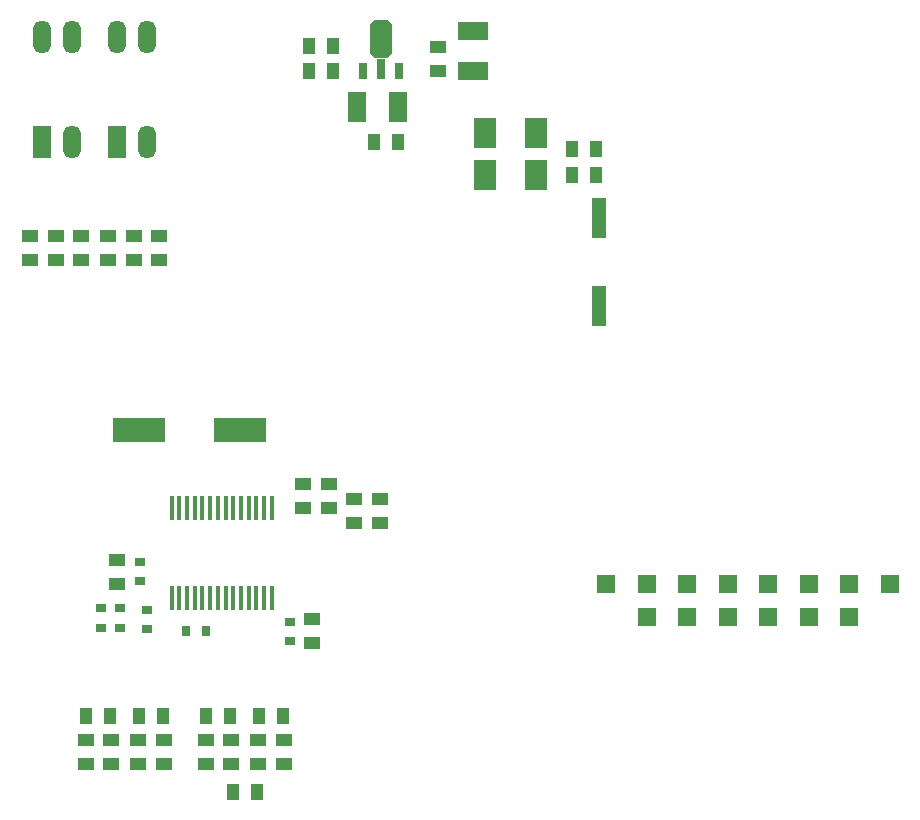
<source format=gtp>
%FSLAX25Y25*%
%MOIN*%
G70*
G01*
G75*
G04 Layer_Color=8421504*
%ADD10R,0.04725X0.13779*%
%ADD11R,0.04725X0.13779*%
%ADD12R,0.06000X0.10000*%
%ADD13R,0.03500X0.03000*%
%ADD14R,0.05500X0.04000*%
%ADD15R,0.04000X0.05500*%
%ADD16R,0.06000X0.06000*%
%ADD17R,0.02756X0.05315*%
%ADD18R,0.02756X0.07087*%
G04:AMPARAMS|DCode=19|XSize=74.8mil|YSize=129.92mil|CornerRadius=0mil|HoleSize=0mil|Usage=FLASHONLY|Rotation=0.000|XOffset=0mil|YOffset=0mil|HoleType=Round|Shape=Octagon|*
%AMOCTAGOND19*
4,1,8,-0.01870,0.06496,0.01870,0.06496,0.03740,0.04626,0.03740,-0.04626,0.01870,-0.06496,-0.01870,-0.06496,-0.03740,-0.04626,-0.03740,0.04626,-0.01870,0.06496,0.0*
%
%ADD19OCTAGOND19*%

%ADD20R,0.01496X0.07874*%
%ADD21R,0.01496X0.07874*%
%ADD22O,0.06000X0.11024*%
%ADD23R,0.06000X0.11024*%
%ADD24R,0.17716X0.07874*%
%ADD25R,0.03000X0.03500*%
%ADD26R,0.10000X0.06000*%
%ADD27R,0.07500X0.10000*%
%ADD28C,0.04000*%
%ADD29C,0.01200*%
%ADD30C,0.02500*%
%ADD31C,0.02000*%
%ADD32C,0.01500*%
%ADD33C,0.05000*%
%ADD34C,0.03000*%
%ADD35C,0.08000*%
%ADD36C,0.05906*%
%ADD37R,0.05906X0.05906*%
%ADD38R,0.10236X0.10236*%
%ADD39C,0.10236*%
%ADD40R,0.05906X0.05906*%
%ADD41O,0.07874X0.15748*%
%ADD42O,0.15748X0.07874*%
%ADD43O,0.16535X0.07874*%
%ADD44C,0.06000*%
%ADD45R,0.05906X0.05906*%
%ADD46R,0.09449X0.09449*%
%ADD47C,0.09449*%
%ADD48C,0.06500*%
%ADD49C,0.02000*%
%ADD50R,0.05000X0.06000*%
%ADD51C,0.00100*%
%ADD52C,0.01000*%
%ADD53C,0.00800*%
%ADD54C,0.01600*%
%ADD55C,0.00787*%
%ADD56C,0.00600*%
%ADD57R,0.00400X0.05000*%
%ADD58R,0.05000X0.00400*%
D10*
X293000Y-127264D02*
D03*
D11*
X293000Y-97736D02*
D03*
D12*
X226000Y-61000D02*
D03*
X212500D02*
D03*
D13*
X190000Y-239000D02*
D03*
Y-232500D02*
D03*
X142500Y-235000D02*
D03*
Y-228500D02*
D03*
X140000Y-212500D02*
D03*
Y-219000D02*
D03*
X133500Y-228000D02*
D03*
Y-234500D02*
D03*
X127000Y-228000D02*
D03*
Y-234500D02*
D03*
D14*
X194500Y-186500D02*
D03*
Y-194500D02*
D03*
X129500Y-104000D02*
D03*
Y-112000D02*
D03*
X148000Y-280000D02*
D03*
Y-272000D02*
D03*
X239500Y-49000D02*
D03*
Y-41000D02*
D03*
X132500Y-220000D02*
D03*
Y-212000D02*
D03*
X197500Y-231500D02*
D03*
Y-239500D02*
D03*
X211500Y-199500D02*
D03*
Y-191500D02*
D03*
X170500Y-280000D02*
D03*
Y-272000D02*
D03*
X120500Y-112000D02*
D03*
Y-104000D02*
D03*
X138000Y-112000D02*
D03*
Y-104000D02*
D03*
X139500Y-272000D02*
D03*
Y-280000D02*
D03*
X220000Y-199500D02*
D03*
Y-191500D02*
D03*
X203000Y-186500D02*
D03*
Y-194500D02*
D03*
X162000Y-280000D02*
D03*
Y-272000D02*
D03*
X188000Y-280000D02*
D03*
Y-272000D02*
D03*
X179500Y-280000D02*
D03*
Y-272000D02*
D03*
X112000Y-104000D02*
D03*
Y-112000D02*
D03*
X130500Y-280000D02*
D03*
Y-272000D02*
D03*
X146500Y-112000D02*
D03*
Y-104000D02*
D03*
X122000Y-280000D02*
D03*
Y-272000D02*
D03*
X103500Y-104000D02*
D03*
Y-112000D02*
D03*
D15*
X196500Y-40500D02*
D03*
X204500D02*
D03*
X284000Y-83500D02*
D03*
X292000D02*
D03*
Y-75000D02*
D03*
X284000D02*
D03*
X226000Y-72500D02*
D03*
X218000D02*
D03*
X170250Y-264000D02*
D03*
X162250D02*
D03*
X187750D02*
D03*
X179750D02*
D03*
X122250D02*
D03*
X130250D02*
D03*
X147750D02*
D03*
X139750D02*
D03*
X196500Y-49000D02*
D03*
X204500D02*
D03*
X179000Y-289250D02*
D03*
X171000D02*
D03*
D16*
X309000Y-231000D02*
D03*
X322500D02*
D03*
X309000Y-220000D02*
D03*
X295500D02*
D03*
X376500D02*
D03*
X390000D02*
D03*
X363000Y-231000D02*
D03*
X376500D02*
D03*
X349500Y-220000D02*
D03*
X363000D02*
D03*
X336000Y-231000D02*
D03*
X349500D02*
D03*
X322500Y-220000D02*
D03*
X336000D02*
D03*
D17*
X226311Y-49000D02*
D03*
X214500D02*
D03*
D18*
X220406Y-48114D02*
D03*
D19*
X220406Y-38075D02*
D03*
D20*
X160936Y-224500D02*
D03*
X158377D02*
D03*
X155818D02*
D03*
X171172D02*
D03*
X178850D02*
D03*
X160936Y-194500D02*
D03*
X183968Y-224500D02*
D03*
X153259D02*
D03*
X163495D02*
D03*
X176291D02*
D03*
X173732D02*
D03*
X168613D02*
D03*
X166054D02*
D03*
X171172Y-194500D02*
D03*
X150700D02*
D03*
Y-224500D02*
D03*
X166054Y-194500D02*
D03*
X163495D02*
D03*
X158377D02*
D03*
X155818D02*
D03*
X183968D02*
D03*
X181409D02*
D03*
Y-224500D02*
D03*
X153259Y-194500D02*
D03*
X176291D02*
D03*
D21*
X178850D02*
D03*
X168613D02*
D03*
X173732D02*
D03*
D22*
X132500Y-37500D02*
D03*
X142500Y-72500D02*
D03*
Y-37500D02*
D03*
X117500D02*
D03*
Y-72500D02*
D03*
X107500Y-37500D02*
D03*
D23*
X132500Y-72500D02*
D03*
X107500D02*
D03*
D24*
X139925Y-168500D02*
D03*
X173390D02*
D03*
D25*
X162000Y-235500D02*
D03*
X155500D02*
D03*
D26*
X251000Y-49000D02*
D03*
Y-35500D02*
D03*
D27*
X255000Y-83500D02*
D03*
X272000D02*
D03*
Y-69500D02*
D03*
X255000D02*
D03*
M02*

</source>
